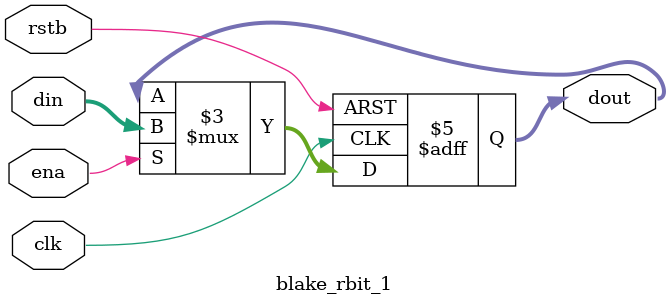
<source format=v>
`timescale 1ns / 10ps

module blake_rbit_1 #( parameter N = 8 )(
  input          clk  ,
  input          rstb ,
  input          ena  ,
  input  [N-1:0] din  ,
  output reg [N-1:0] dout
);

always @(posedge clk or negedge rstb)
begin
  if (~rstb) dout <= {N{1'b0}};
  else if (ena) dout <= din;
end // always

endmodule
</source>
